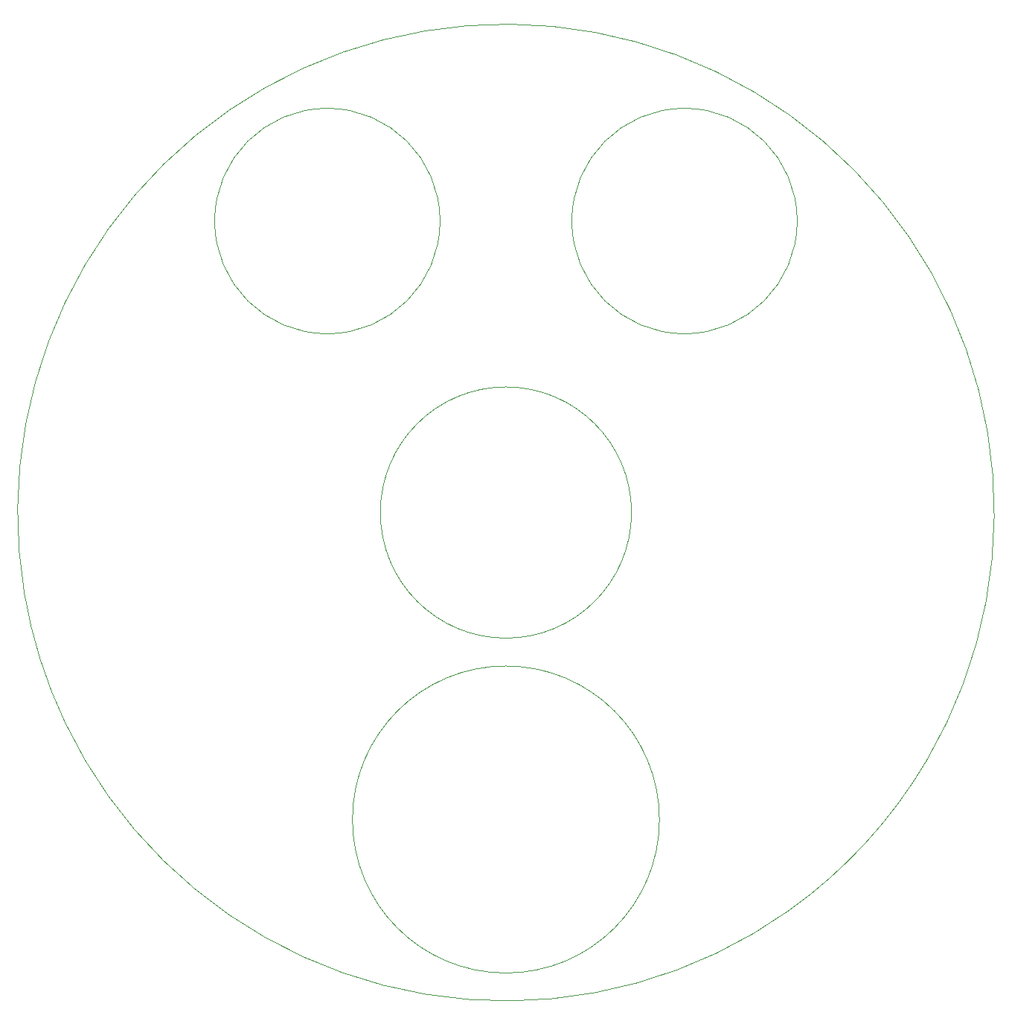
<source format=gbr>
G04 #@! TF.GenerationSoftware,KiCad,Pcbnew,(5.1.7)-1*
G04 #@! TF.CreationDate,2021-09-21T18:23:52-07:00*
G04 #@! TF.ProjectId,LCP_Controller,4c43505f-436f-46e7-9472-6f6c6c65722e,rev?*
G04 #@! TF.SameCoordinates,Original*
G04 #@! TF.FileFunction,Profile,NP*
%FSLAX46Y46*%
G04 Gerber Fmt 4.6, Leading zero omitted, Abs format (unit mm)*
G04 Created by KiCad (PCBNEW (5.1.7)-1) date 2021-09-21 18:23:52*
%MOMM*%
%LPD*%
G01*
G04 APERTURE LIST*
G04 #@! TA.AperFunction,Profile*
%ADD10C,0.050800*%
G04 #@! TD*
G04 #@! TA.AperFunction,Profile*
%ADD11C,0.050000*%
G04 #@! TD*
G04 APERTURE END LIST*
D10*
X199297079Y-177373517D02*
G75*
G03*
X199297079Y-177373517I-17462500J0D01*
G01*
X196122079Y-142448517D02*
G75*
G03*
X196122079Y-142448517I-14287500J0D01*
G01*
X214981578Y-109284962D02*
G75*
G03*
X214981578Y-109284962I-12826999J0D01*
G01*
X174341579Y-109284962D02*
G75*
G03*
X174341579Y-109284962I-12827000J0D01*
G01*
D11*
X236635072Y-133278059D02*
G75*
G02*
X236466679Y-152573978I-54800493J-9170458D01*
G01*
X236466679Y-152573978D02*
G75*
G02*
X229708849Y-170648616I-54632100J10125461D01*
G01*
X229708849Y-170648616D02*
G75*
G02*
X214082607Y-187695130I-47874270J28200099D01*
G01*
X214082607Y-187695130D02*
G75*
G02*
X196662559Y-195995901I-32248028J45246613D01*
G01*
X196662559Y-195995901D02*
G75*
G02*
X177454038Y-197838066I-14827980J53547384D01*
G01*
X177454038Y-197838066D02*
G75*
G02*
X158773876Y-192999435I4380541J55389549D01*
G01*
X158773876Y-192999437D02*
G75*
G02*
X142875173Y-182063618I23060703J50550920D01*
G01*
X142875174Y-182063615D02*
G75*
G02*
X131675552Y-166349633I38959405J39615098D01*
G01*
X131675552Y-166349632D02*
G75*
G02*
X127034086Y-151618975I50159027J23901115D01*
G01*
X127034086Y-151618975D02*
G75*
G02*
X127202479Y-132323056I54800493J9170458D01*
G01*
X127202479Y-132323056D02*
G75*
G02*
X133960309Y-114248418I54632100J-10125461D01*
G01*
X133960308Y-114248418D02*
G75*
G02*
X146492482Y-99575127I47874271J-28200099D01*
G01*
X146492483Y-99575128D02*
G75*
G02*
X163287436Y-90073000I35342096J-42873389D01*
G01*
X163287436Y-90072999D02*
G75*
G02*
X182319447Y-86888133I18547143J-52375518D01*
G01*
X182319447Y-86888134D02*
G75*
G02*
X201292975Y-90404669I-484868J-55560383D01*
G01*
X201292975Y-90404668D02*
G75*
G02*
X217919536Y-100198461I-19458396J-52043849D01*
G01*
X217919537Y-100198460D02*
G75*
G02*
X230193718Y-115088233I-36084958J-42250057D01*
G01*
X230193717Y-115088234D02*
G75*
G02*
X236635072Y-133278059I-48359138J-27360283D01*
G01*
M02*

</source>
